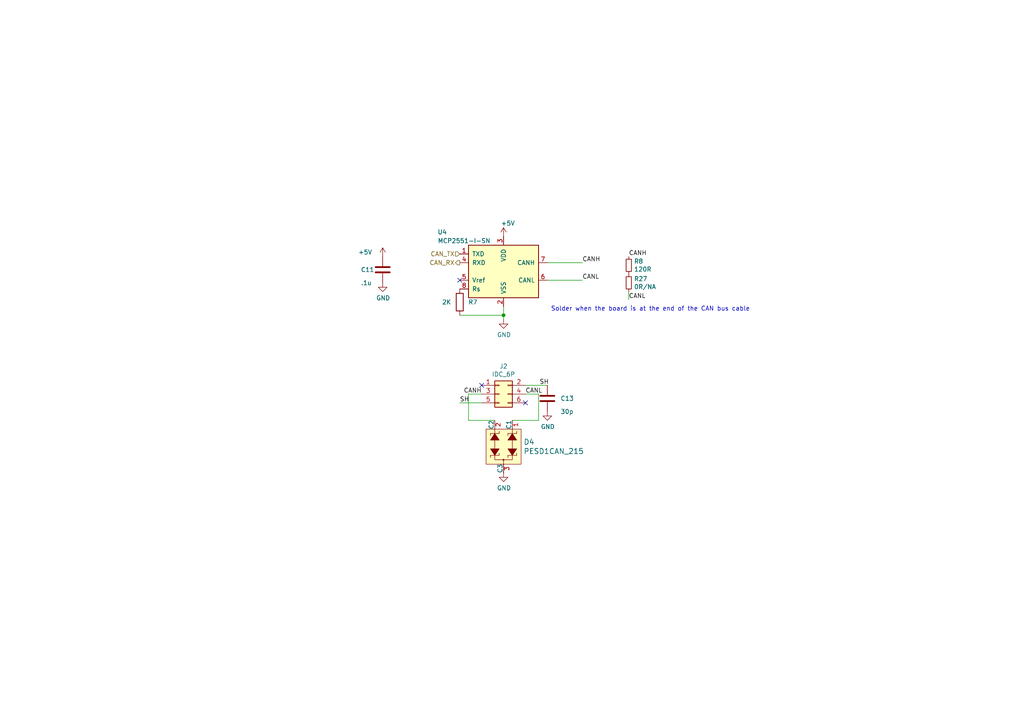
<source format=kicad_sch>
(kicad_sch (version 20211123) (generator eeschema)
  (paper "A4")
  (lib_symbols
    (symbol "AbsoluteEncoderBoard-rescue:PESD1CAN_215-dk_TVS-Diodes" (pin_names (offset 0))
      (property "Reference" "D" (at -5.08 6.096 0))
      (property "Value" "PESD1CAN_215-dk_TVS-Diodes" (at 0 -6.35 0))
      (symbol "PESD1CAN_215-dk_TVS-Diodes_0_1"
        (rectangle (start -5.08 5.08) (end 5.08 -5.08) (fill (type background)))
        (polyline (pts (xy -5.08 -2.54) (xy -3.81 -2.54)))
        (polyline (pts (xy -5.08 2.54) (xy -3.81 2.54)))
        (polyline (pts (xy -3.81 -3.81) (xy -3.175 -3.81)))
        (polyline (pts (xy -3.81 -1.27) (xy -4.445 -1.27)))
        (polyline (pts (xy -3.81 -1.27) (xy -3.81 -3.81)))
        (polyline (pts (xy -3.81 1.27) (xy -3.175 1.27)))
        (polyline (pts (xy -3.81 3.81) (xy -4.445 3.81)))
        (polyline (pts (xy -3.81 3.81) (xy -3.81 1.27)))
        (polyline (pts (xy 0.635 -2.54) (xy -1.905 -2.54)))
        (polyline (pts (xy 0.635 2.54) (xy -1.905 2.54)))
        (polyline (pts (xy 0.635 2.54) (xy 0.635 2.54)))
        (polyline (pts (xy 2.54 -3.81) (xy 3.175 -3.81)))
        (polyline (pts (xy 2.54 -1.27) (xy 1.905 -1.27)))
        (polyline (pts (xy 2.54 -1.27) (xy 2.54 -3.81)))
        (polyline (pts (xy 2.54 1.27) (xy 3.175 1.27)))
        (polyline (pts (xy 2.54 3.81) (xy 1.905 3.81)))
        (polyline (pts (xy 2.54 3.81) (xy 2.54 1.27)))
        (polyline (pts (xy 3.81 0) (xy 5.08 0)))
        (polyline (pts (xy -1.905 -1.27) (xy -1.905 -3.81) (xy -3.81 -2.54) (xy -1.905 -1.27)) (fill (type outline)))
        (polyline (pts (xy -1.905 1.27) (xy -1.905 3.81) (xy -3.81 2.54) (xy -1.905 1.27)) (fill (type outline)))
        (polyline (pts (xy 0.635 -1.27) (xy 0.635 -3.81) (xy 2.54 -2.54) (xy 0.635 -1.27)) (fill (type outline)))
        (polyline (pts (xy 0.635 3.81) (xy 0.635 1.27) (xy 2.54 2.54) (xy 0.635 3.81)) (fill (type outline)))
        (polyline (pts (xy 2.54 2.54) (xy 3.81 2.54) (xy 3.81 -2.54) (xy 2.54 -2.54)))
        (circle (center 3.81 0) (radius 0.1778) (fill (type outline)))
      )
      (symbol "PESD1CAN_215-dk_TVS-Diodes_1_1"
        (pin passive line (at -7.62 2.54 0) (length 2.54) (name "C1") (number "1"))
        (pin passive line (at -7.62 -2.54 0) (length 2.54) (name "C2") (number "2"))
        (pin passive line (at 7.62 0 180) (length 2.54) (name "C3") (number "3"))
      )
    )
    (symbol "Connector_Generic:Conn_02x03_Odd_Even" (pin_names (offset 1.016) hide)
      (property "Reference" "J" (at 1.27 5.08 0))
      (property "Value" "Conn_02x03_Odd_Even" (at 1.27 -5.08 0))
      (symbol "Conn_02x03_Odd_Even_1_1"
        (rectangle (start -1.27 -2.413) (end 0 -2.667) (stroke (width 0.1524)))
        (rectangle (start -1.27 0.127) (end 0 -0.127) (stroke (width 0.1524)))
        (rectangle (start -1.27 2.667) (end 0 2.413) (stroke (width 0.1524)))
        (rectangle (start -1.27 3.81) (end 3.81 -3.81) (stroke (width 0.254)) (fill (type background)))
        (rectangle (start 3.81 -2.413) (end 2.54 -2.667) (stroke (width 0.1524)))
        (rectangle (start 3.81 0.127) (end 2.54 -0.127) (stroke (width 0.1524)))
        (rectangle (start 3.81 2.667) (end 2.54 2.413) (stroke (width 0.1524)))
        (pin passive line (at -5.08 2.54 0) (length 3.81) (name "Pin_1") (number "1"))
        (pin passive line (at 7.62 2.54 180) (length 3.81) (name "Pin_2") (number "2"))
        (pin passive line (at -5.08 0 0) (length 3.81) (name "Pin_3") (number "3"))
        (pin passive line (at 7.62 0 180) (length 3.81) (name "Pin_4") (number "4"))
        (pin passive line (at -5.08 -2.54 0) (length 3.81) (name "Pin_5") (number "5"))
        (pin passive line (at 7.62 -2.54 180) (length 3.81) (name "Pin_6") (number "6"))
      )
    )
    (symbol "Device:C" (pin_numbers hide) (pin_names (offset 0.254))
      (property "Reference" "C" (at 0.635 2.54 0))
      (property "Value" "C" (at 0.635 -2.54 0))
      (symbol "C_0_1"
        (polyline (pts (xy -2.032 -0.762) (xy 2.032 -0.762)) (stroke (width 0.508)))
        (polyline (pts (xy -2.032 0.762) (xy 2.032 0.762)) (stroke (width 0.508)))
      )
      (symbol "C_1_1"
        (pin passive line (at 0 3.81 270) (length 2.794) (name "~") (number "1"))
        (pin passive line (at 0 -3.81 90) (length 2.794) (name "~") (number "2"))
      )
    )
    (symbol "Device:R" (pin_numbers hide) (pin_names (offset 0))
      (property "Reference" "R" (at 2.032 0 90))
      (property "Value" "R" (at 0 0 90))
      (symbol "R_0_1"
        (rectangle (start -1.016 -2.54) (end 1.016 2.54) (stroke (width 0.254)))
      )
      (symbol "R_1_1"
        (pin passive line (at 0 3.81 270) (length 1.27) (name "~") (number "1"))
        (pin passive line (at 0 -3.81 90) (length 1.27) (name "~") (number "2"))
      )
    )
    (symbol "Device:R_Small" (pin_numbers hide) (pin_names (offset 0.254) hide)
      (property "Reference" "R" (at 0.762 0.508 0))
      (property "Value" "R_Small" (at 0.762 -1.016 0))
      (symbol "R_Small_0_1"
        (rectangle (start -0.762 1.778) (end 0.762 -1.778) (stroke (width 0.2032)))
      )
      (symbol "R_Small_1_1"
        (pin passive line (at 0 2.54 270) (length 0.762) (name "~") (number "1"))
        (pin passive line (at 0 -2.54 90) (length 0.762) (name "~") (number "2"))
      )
    )
    (symbol "Interface_CAN_LIN:MCP2551-I-SN" (pin_names (offset 1.016))
      (property "Reference" "U" (at -10.16 8.89 0))
      (property "Value" "MCP2551-I-SN" (at 2.54 8.89 0))
      (symbol "MCP2551-I-SN_0_1"
        (rectangle (start -10.16 7.62) (end 10.16 -7.62) (stroke (width 0.254)) (fill (type background)))
      )
      (symbol "MCP2551-I-SN_1_1"
        (pin input line (at -12.7 5.08 0) (length 2.54) (name "TXD") (number "1"))
        (pin power_in line (at 0 -10.16 90) (length 2.54) (name "VSS") (number "2"))
        (pin power_in line (at 0 10.16 270) (length 2.54) (name "VDD") (number "3"))
        (pin output line (at -12.7 2.54 0) (length 2.54) (name "RXD") (number "4"))
        (pin power_out line (at -12.7 -2.54 0) (length 2.54) (name "Vref") (number "5"))
        (pin bidirectional line (at 12.7 -2.54 180) (length 2.54) (name "CANL") (number "6"))
        (pin bidirectional line (at 12.7 2.54 180) (length 2.54) (name "CANH") (number "7"))
        (pin input line (at -12.7 -5.08 0) (length 2.54) (name "Rs") (number "8"))
      )
    )
    (symbol "power:+5V" (power) (pin_names (offset 0))
      (property "Value" "+5V" (at 0 3.556 0))
      (symbol "+5V_0_1"
        (polyline (pts (xy -0.762 1.27) (xy 0 2.54)))
        (polyline (pts (xy 0 0) (xy 0 2.54)))
        (polyline (pts (xy 0 2.54) (xy 0.762 1.27)))
      )
      (symbol "+5V_1_1"
        (pin power_in line (at 0 0 90) (length 0) hide (name "+5V") (number "1"))
      )
    )
    (symbol "power:GND" (power) (pin_names (offset 0))
      (property "Value" "GND" (at 0 -3.81 0))
      (symbol "GND_0_1"
        (polyline (pts (xy 0 0) (xy 0 -1.27) (xy 1.27 -1.27) (xy 0 -2.54) (xy -1.27 -1.27) (xy 0 -1.27)))
      )
      (symbol "GND_1_1"
        (pin power_in line (at 0 0 270) (length 0) hide (name "GND") (number "1"))
      )
    )
  )
  (junction (at 146.05 91.44))
  (no_connect (at 139.7 111.76))
  (no_connect (at 133.35 81.28))
  (no_connect (at 152.4 116.84))
  (wire (pts (xy 135.89 121.92) (xy 143.51 121.92)))
  (wire (pts (xy 156.21 121.92) (xy 148.59 121.92)))
  (wire (pts (xy 135.89 114.3) (xy 135.89 121.92)))
  (wire (pts (xy 133.35 91.44) (xy 146.05 91.44)))
  (wire (pts (xy 158.75 76.2) (xy 168.91 76.2)))
  (wire (pts (xy 152.4 111.76) (xy 158.75 111.76)))
  (wire (pts (xy 139.7 114.3) (xy 135.89 114.3)))
  (wire (pts (xy 152.4 114.3) (xy 156.21 114.3)))
  (wire (pts (xy 139.7 116.84) (xy 133.35 116.84)))
  (wire (pts (xy 182.372 86.868) (xy 182.372 84.582)))
  (wire (pts (xy 146.05 91.44) (xy 146.05 92.71)))
  (wire (pts (xy 156.21 114.3) (xy 156.21 121.92)))
  (wire (pts (xy 158.75 81.28) (xy 168.91 81.28)))
  (wire (pts (xy 146.05 88.9) (xy 146.05 91.44)))
  (text "Solder when the board is at the end of the CAN bus cable" (at 159.766 90.424 0) (effects (font (size 1.27 1.27)) (justify left bottom)))
  (label "SH" (at 156.464 111.76 0))
  (label "CANH" (at 168.91 76.2 0))
  (label "CANH" (at 182.372 74.422 0))
  (label "SH" (at 133.35 116.84 0))
  (label "CANL" (at 168.91 81.28 0))
  (label "CANL" (at 152.4 114.3 0))
  (label "CANL" (at 182.372 86.868 0))
  (label "CANH" (at 139.7 114.3 180))
  (hierarchical_label "CAN_RX" (shape output) (at 133.35 76.2 180))
  (hierarchical_label "CAN_TX" (shape input) (at 133.35 73.66 180))
  (symbol (lib_id "power:GND") (at 146.05 92.71 0)
    (property "Reference" "#PWR023" (effects hide))
    (property "Value" "GND" (at 146.177 97.1042 0))
  )
  (symbol (lib_id "AbsoluteEncoderBoard-rescue:PESD1CAN_215-dk_TVS-Diodes") (at 146.05 129.54 270) (unit 1)
    (property "Reference" "D4" (at 151.8412 128.1938 90) (effects (font (size 1.524 1.524)) (justify left)))
    (property "Value" "PESD1CAN_215" (at 151.8412 130.8862 90) (effects (font (size 1.524 1.524)) (justify left)))
    (property "Footprint" "digikey-footprints:SOT-23-3" (effects hide))
    (property "Datasheet" "https://assets.nexperia.com/documents/data-sheet/PESD1CAN.pdf" (effects hide))
    (property "Digi-Key_PN" "1727-3817-1-ND" (effects hide))
    (property "MPN" "PESD1CAN,215" (effects hide))
    (property "Category" "Circuit Protection" (effects hide))
    (property "Family" "TVS - Diodes" (effects hide))
    (property "DK_Datasheet_Link" "https://assets.nexperia.com/documents/data-sheet/PESD1CAN.pdf" (effects hide))
    (property "DK_Detail_Page" "/product-detail/en/nexperia-usa-inc/PESD1CAN,215/1727-3817-1-ND/1530822" (effects hide))
    (property "Description" "TVS DIODE 24V 70V SOT23" (effects hide))
    (property "Manufacturer" "Nexperia USA Inc." (effects hide))
    (property "Status" "Active" (effects hide))
  )
  (symbol (lib_id "Interface_CAN_LIN:MCP2551-I-SN") (at 146.05 78.74 0) (unit 1)
    (property "Reference" "U4" (at 128.27 67.31 0))
    (property "Value" "MCP2551-I-SN" (at 134.62 69.85 0))
    (property "Footprint" "Package_SO:SOIC-8_3.9x4.9mm_P1.27mm" (effects hide))
    (property "Datasheet" "http://ww1.microchip.com/downloads/en/devicedoc/21667d.pdf" (effects hide))
  )
  (symbol (lib_id "Device:R") (at 133.35 87.63 180)
    (property "Reference" "R7" (at 137.16 87.63 0))
    (property "Value" "2K" (at 129.54 87.63 0))
    (property "Footprint" "Resistor_SMD:R_0603_1608Metric" (effects hide))
  )
  (symbol (lib_id "power:+5V") (at 146.05 68.58 0)
    (property "Reference" "#PWR022" (effects hide))
    (property "Value" "+5V" (at 147.32 64.77 0))
  )
  (symbol (lib_id "Device:C") (at 110.998 78.232 0)
    (property "Reference" "C11" (at 104.648 78.232 0) (effects (justify left)))
    (property "Value" ".1u" (at 104.648 82.042 0) (effects (justify left)))
    (property "Footprint" "Capacitor_SMD:C_0402_1005Metric" (effects hide))
  )
  (symbol (lib_id "power:+5V") (at 110.998 74.422 0)
    (property "Reference" "#PWR019" (effects hide))
    (property "Value" "+5V" (at 105.918 73.152 0))
  )
  (symbol (lib_id "power:GND") (at 110.998 82.042 0)
    (property "Reference" "#PWR020" (effects hide))
    (property "Value" "GND" (at 111.125 86.4362 0))
  )
  (symbol (lib_id "Device:R_Small") (at 182.372 76.962 0) (unit 1)
    (property "Reference" "R8" (at 183.8706 75.7936 0) (effects (justify left)))
    (property "Value" "120R" (at 183.8706 78.105 0) (effects (justify left)))
    (property "Footprint" "Resistor_SMD:R_0603_1608Metric" (effects hide))
  )
  (symbol (lib_id "Connector_Generic:Conn_02x03_Odd_Even") (at 144.78 114.3 0) (unit 1)
    (property "Reference" "J2" (at 146.05 106.2482 0))
    (property "Value" "IDC_6P" (at 146.05 108.5596 0))
    (property "Footprint" "Footprints:IDC-Header_2x03_P2.54mm_Horizontal_Lock" (effects hide))
  )
  (symbol (lib_id "power:GND") (at 158.75 119.38 0)
    (property "Reference" "#PWR025" (effects hide))
    (property "Value" "GND" (at 158.877 123.7742 0))
  )
  (symbol (lib_id "power:GND") (at 146.05 137.16 0)
    (property "Reference" "#PWR024" (effects hide))
    (property "Value" "GND" (at 146.177 141.5542 0))
  )
  (symbol (lib_id "Device:C") (at 158.75 115.57 0)
    (property "Reference" "C13" (at 162.56 115.57 0) (effects (justify left)))
    (property "Value" "30p" (at 162.56 119.38 0) (effects (justify left)))
    (property "Footprint" "Capacitor_SMD:C_0402_1005Metric" (effects hide))
  )
  (symbol (lib_id "Device:R_Small") (at 182.372 82.042 0) (unit 1)
    (property "Reference" "R27" (at 183.8706 80.8736 0) (effects (justify left)))
    (property "Value" "0R/NA" (at 183.8706 83.185 0) (effects (justify left)))
    (property "Footprint" "Resistor_SMD:R_0201_0603Metric" (effects hide))
  )
)
</source>
